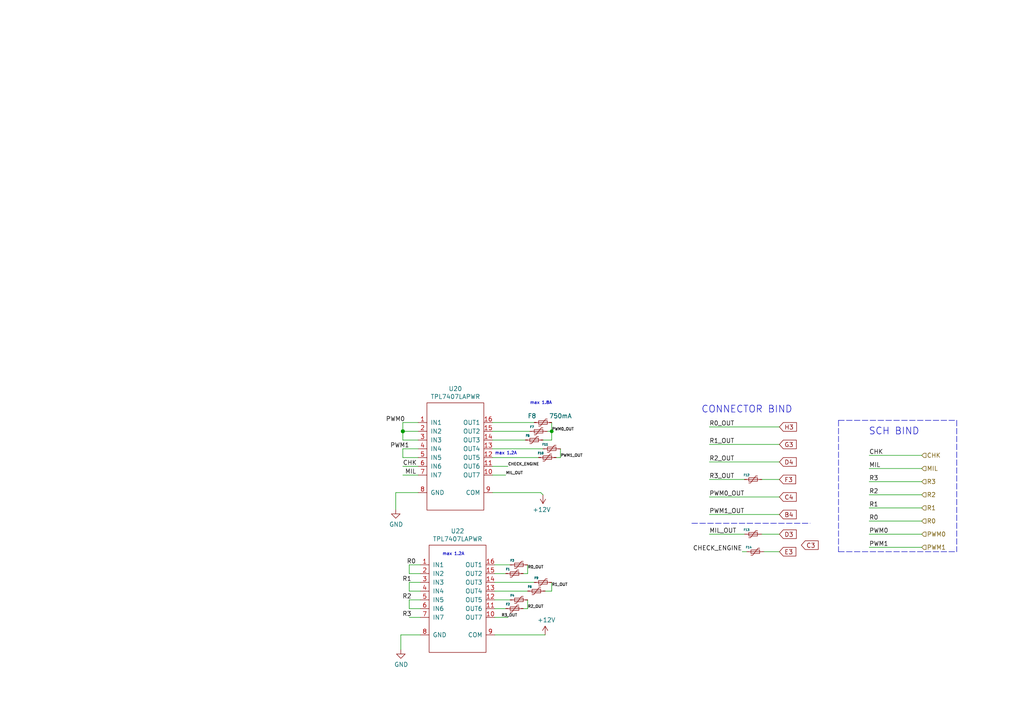
<source format=kicad_sch>
(kicad_sch (version 20211123) (generator eeschema)
  (paper "A4")
  (title_block (title "uEFI") (date "%%date%%") (rev "%%version%%") (company "Churrosoft") (comment 1 "MIT Licence"))
  (lib_symbols
    (symbol "Device:Polyfuse_Small" (pin_numbers hide) (pin_names (offset 0))
      (property "Reference" "F" (at -1.905 0 90))
      (property "Value" "Polyfuse_Small" (at 1.905 0 90))
      (symbol "Polyfuse_Small_0_1"
        (rectangle (start -0.508 1.27) (end 0.508 -1.27))
        (polyline (pts (xy 0 2.54) (xy 0 -2.54)))
        (polyline (pts (xy -1.016 1.27) (xy -1.016 0.762) (xy 1.016 -0.762) (xy 1.016 -1.27)))
      )
      (symbol "Polyfuse_Small_1_1"
        (pin passive line (at 0 2.54 270) (length 0.635) (name "~") (number "1"))
        (pin passive line (at 0 -2.54 90) (length 0.635) (name "~") (number "2"))
      )
    )
    (symbol "OpenEFI-STM32-rev3:TPL7407LAPWR" (pin_names (offset 1.016))
      (property "Reference" "U" (at -6.985 5.08 0))
      (property "Value" "TPL7407LAPWR" (at 0 -22.86 0))
      (symbol "TPL7407LAPWR_0_1"
        (rectangle (start -8.255 6.35) (end 8.255 -24.765))
      )
      (symbol "TPL7407LAPWR_1_1"
        (pin input line (at -10.795 0.635 0) (length 2.54) (name "IN1") (number "1"))
        (pin output line (at 10.795 -14.605 180) (length 2.54) (name "OUT7") (number "10"))
        (pin output line (at 10.795 -12.065 180) (length 2.54) (name "OUT6") (number "11"))
        (pin output line (at 10.795 -9.525 180) (length 2.54) (name "OUT5") (number "12"))
        (pin output line (at 10.795 -6.985 180) (length 2.54) (name "OUT4") (number "13"))
        (pin output line (at 10.795 -4.445 180) (length 2.54) (name "OUT3") (number "14"))
        (pin output line (at 10.795 -1.905 180) (length 2.54) (name "OUT2") (number "15"))
        (pin output line (at 10.795 0.635 180) (length 2.54) (name "OUT1") (number "16"))
        (pin input line (at -10.795 -1.905 0) (length 2.54) (name "IN2") (number "2"))
        (pin input line (at -10.795 -4.445 0) (length 2.54) (name "IN3") (number "3"))
        (pin input line (at -10.795 -6.985 0) (length 2.54) (name "IN4") (number "4"))
        (pin input line (at -10.795 -9.525 0) (length 2.54) (name "IN5") (number "5"))
        (pin input line (at -10.795 -12.065 0) (length 2.54) (name "IN6") (number "6"))
        (pin input line (at -10.795 -14.605 0) (length 2.54) (name "IN7") (number "7"))
        (pin input line (at -10.795 -19.685 0) (length 2.54) (name "GND") (number "8"))
        (pin input line (at 10.795 -19.685 180) (length 2.54) (name "COM") (number "9"))
      )
    )
    (symbol "power:+12V" (power) (pin_names (offset 0))
      (property "Value" "+12V" (at 0 3.556 0))
      (symbol "+12V_0_1"
        (polyline (pts (xy -0.762 1.27) (xy 0 2.54)))
        (polyline (pts (xy 0 0) (xy 0 2.54)))
        (polyline (pts (xy 0 2.54) (xy 0.762 1.27)))
      )
      (symbol "+12V_1_1"
        (pin power_in line (at 0 0 90) (length 0) hide (name "+12V") (number "1"))
      )
    )
    (symbol "power:GND" (power) (pin_names (offset 0))
      (property "Value" "GND" (at 0 -3.81 0))
      (symbol "GND_0_1"
        (polyline (pts (xy 0 0) (xy 0 -1.27) (xy 1.27 -1.27) (xy 0 -2.54) (xy -1.27 -1.27) (xy 0 -1.27)))
      )
      (symbol "GND_1_1"
        (pin power_in line (at 0 0 270) (length 0) hide (name "GND") (number "1"))
      )
    )
  )
  (junction (at 116.84 125.095) (diameter 1.016))
  (junction (at 160.02 125.095))
  (wire (pts (xy 215.265 160.02) (xy 216.535 160.02)))
  (wire (pts (xy 121.92 173.99) (xy 118.6942 173.99)))
  (wire (pts (xy 161.29 132.715) (xy 162.56 132.715)))
  (wire (pts (xy 205.74 139.065) (xy 215.9 139.065)))
  (wire (pts (xy 121.285 130.175) (xy 116.84 130.175)))
  (wire (pts (xy 116.84 137.795) (xy 121.285 137.795)))
  (wire (pts (xy 151.765 176.53) (xy 153.035 176.53)))
  (wire (pts (xy 220.98 154.94) (xy 226.06 154.94)))
  (wire (pts (xy 252.095 143.51) (xy 267.335 143.51)))
  (wire (pts (xy 116.84 125.095) (xy 121.285 125.095)))
  (wire (pts (xy 151.765 166.37) (xy 153.035 166.37)))
  (polyline (pts (xy 243.205 121.92) (xy 277.495 121.92)) (stroke (width 0) (type dash)))
  (wire (pts (xy 121.92 163.83) (xy 118.6942 163.83)))
  (polyline (pts (xy 277.495 121.92) (xy 277.495 160.02)) (stroke (width 0) (type dash)))
  (wire (pts (xy 252.095 139.7) (xy 267.335 139.7)))
  (wire (pts (xy 114.7826 142.875) (xy 114.7826 147.7772)))
  (wire (pts (xy 158.115 171.45) (xy 160.02 171.45)))
  (wire (pts (xy 252.095 147.32) (xy 267.335 147.32)))
  (wire (pts (xy 143.51 173.99) (xy 147.955 173.99)))
  (wire (pts (xy 142.875 122.555) (xy 154.94 122.555)))
  (wire (pts (xy 221.615 160.02) (xy 226.06 160.02)))
  (wire (pts (xy 252.095 154.94) (xy 267.335 154.94)))
  (wire (pts (xy 116.84 127.635) (xy 116.84 125.095)))
  (wire (pts (xy 143.51 179.07) (xy 147.32 179.07)))
  (wire (pts (xy 118.6942 163.83) (xy 118.6942 166.37)))
  (wire (pts (xy 142.875 132.715) (xy 156.21 132.715)))
  (wire (pts (xy 143.51 184.15) (xy 158.115 184.15)))
  (wire (pts (xy 118.6942 166.37) (xy 121.92 166.37)))
  (wire (pts (xy 142.875 125.095) (xy 153.67 125.095)))
  (polyline (pts (xy 243.205 121.92) (xy 243.205 160.02)) (stroke (width 0) (type dash)))
  (wire (pts (xy 160.02 171.45) (xy 160.02 168.91)))
  (wire (pts (xy 205.74 154.94) (xy 215.9 154.94)))
  (wire (pts (xy 143.51 168.91) (xy 154.94 168.91)))
  (wire (pts (xy 143.51 171.45) (xy 153.035 171.45)))
  (wire (pts (xy 205.74 149.225) (xy 226.06 149.225)))
  (wire (pts (xy 116.84 132.715) (xy 121.285 132.715)))
  (wire (pts (xy 142.875 137.795) (xy 146.685 137.795)))
  (wire (pts (xy 143.51 163.83) (xy 147.955 163.83)))
  (wire (pts (xy 252.095 158.75) (xy 267.335 158.75)))
  (wire (pts (xy 118.6942 176.53) (xy 121.92 176.53)))
  (wire (pts (xy 252.095 151.13) (xy 267.335 151.13)))
  (wire (pts (xy 160.02 127.635) (xy 160.02 125.095)))
  (wire (pts (xy 121.92 184.15) (xy 116.2558 184.15)))
  (wire (pts (xy 116.84 130.175) (xy 116.84 132.715)))
  (wire (pts (xy 205.74 144.145) (xy 226.06 144.145)))
  (wire (pts (xy 121.285 142.875) (xy 114.7826 142.875)))
  (wire (pts (xy 205.74 123.825) (xy 226.06 123.825)))
  (wire (pts (xy 153.035 176.53) (xy 153.035 173.99)))
  (wire (pts (xy 157.48 127.635) (xy 160.02 127.635)))
  (wire (pts (xy 205.74 128.905) (xy 226.06 128.905)))
  (wire (pts (xy 142.875 142.875) (xy 156.845 142.875)))
  (wire (pts (xy 162.56 130.175) (xy 162.56 132.715)))
  (wire (pts (xy 121.92 168.91) (xy 118.6942 168.91)))
  (wire (pts (xy 147.32 135.255) (xy 142.875 135.255)))
  (wire (pts (xy 142.875 127.635) (xy 152.4 127.635)))
  (wire (pts (xy 160.02 125.095) (xy 158.75 125.095)))
  (wire (pts (xy 220.98 139.065) (xy 226.06 139.065)))
  (wire (pts (xy 153.035 166.37) (xy 153.035 163.83)))
  (wire (pts (xy 142.875 130.175) (xy 157.48 130.175)))
  (wire (pts (xy 116.84 135.255) (xy 121.285 135.255)))
  (wire (pts (xy 143.51 166.37) (xy 146.685 166.37)))
  (wire (pts (xy 116.84 122.555) (xy 121.285 122.555)))
  (wire (pts (xy 252.095 135.89) (xy 267.335 135.89)))
  (wire (pts (xy 118.6942 173.99) (xy 118.6942 176.53)))
  (wire (pts (xy 118.6942 168.91) (xy 118.6942 171.45)))
  (wire (pts (xy 157.48 143.51) (xy 156.845 142.875)))
  (wire (pts (xy 118.6942 179.07) (xy 121.92 179.07)))
  (polyline (pts (xy 200.66 151.765) (xy 234.95 151.765)) (stroke (width 0) (type dash)))
  (wire (pts (xy 118.6942 171.45) (xy 121.92 171.45)))
  (wire (pts (xy 116.2558 184.15) (xy 116.2558 188.4172)))
  (polyline (pts (xy 243.205 160.02) (xy 277.495 160.02)) (stroke (width 0) (type dash)))
  (wire (pts (xy 143.51 176.53) (xy 146.685 176.53)))
  (wire (pts (xy 116.84 125.095) (xy 116.84 122.555)))
  (wire (pts (xy 121.285 127.635) (xy 116.84 127.635)))
  (wire (pts (xy 252.095 132.08) (xy 267.335 132.08)))
  (wire (pts (xy 205.74 133.985) (xy 226.06 133.985)))
  (wire (pts (xy 160.02 122.555) (xy 160.02 125.095)))
  (text "max 1.8A" (at 153.67 117.475 0) (effects (font (size 0.889 0.889)) (justify left bottom)))
  (text "max 1.2A" (at 143.51 132.08 0) (effects (font (size 0.889 0.889)) (justify left bottom)))
  (text "SCH BIND" (at 266.7 126.365 180) (effects (font (size 2 2)) (justify right bottom)))
  (text "max 1.2A" (at 128.27 161.29 0) (effects (font (size 0.889 0.889)) (justify left bottom)))
  (text "CONNECTOR BIND" (at 229.87 120.015 180) (effects (font (size 2 2)) (justify right bottom)))
  (label "PWM0" (at 252.095 154.94 0))
  (label "R2_OUT" (at 205.74 133.985 0))
  (label "PWM0" (at 117.475 122.555 180))
  (label "R1_OUT" (at 160.02 170.18 0) (effects (font (size 0.8 0.8))))
  (label "R1" (at 252.095 147.32 0))
  (label "R3_OUT" (at 145.415 179.07 0) (effects (font (size 0.8 0.8))))
  (label "CHECK_ENGINE" (at 147.32 135.255 0) (effects (font (size 0.8 0.8))))
  (label "PWM1" (at 118.745 130.175 180))
  (label "CHECK_ENGINE" (at 215.265 160.02 180))
  (label "PWM0_OUT" (at 160.02 125.095 0) (effects (font (size 0.8 0.8))))
  (label "MIL_OUT" (at 205.74 154.94 0))
  (label "CHK" (at 116.84 135.255 0))
  (label "MIL" (at 252.095 135.89 0))
  (label "R3" (at 252.095 139.7 0))
  (label "R3_OUT" (at 205.74 139.065 0))
  (label "R0" (at 120.65 163.83 180))
  (label "PWM1" (at 252.095 158.75 0))
  (label "PWM0_OUT" (at 205.74 144.145 0))
  (label "R2" (at 119.38 173.99 180))
  (label "MIL_OUT" (at 146.685 137.795 0) (effects (font (size 0.8 0.8))))
  (label "R1_OUT" (at 205.74 128.905 0))
  (label "PWM1_OUT" (at 205.74 149.225 0))
  (label "R0_OUT" (at 153.035 165.1 0) (effects (font (size 0.8 0.8))))
  (label "R0_OUT" (at 205.74 123.825 0))
  (label "R0" (at 252.095 151.13 0))
  (label "R2_OUT" (at 153.035 176.53 0) (effects (font (size 0.8 0.8))))
  (label "CHK" (at 252.095 132.08 0))
  (label "R1" (at 119.38 168.91 180))
  (label "MIL" (at 117.475 137.795 0))
  (label "R2" (at 252.095 143.51 0))
  (label "R3" (at 119.38 179.07 180))
  (label "PWM1_OUT" (at 162.56 132.715 0) (effects (font (size 0.8 0.8))))
  (global_label "D4" (shape input) (at 226.06 133.985 0) (property "Intersheet References" "${INTERSHEET_REFS}" (effects hide)))
  (global_label "C3" (shape input) (at 232.41 158.115 0) (property "Intersheet References" "${INTERSHEET_REFS}" (effects hide)))
  (global_label "G3" (shape input) (at 226.06 128.905 0) (property "Intersheet References" "${INTERSHEET_REFS}" (effects hide)))
  (global_label "D3" (shape input) (at 226.06 154.94 0) (property "Intersheet References" "${INTERSHEET_REFS}" (effects hide)))
  (global_label "F3" (shape input) (at 226.06 139.065 0) (property "Intersheet References" "${INTERSHEET_REFS}" (effects hide)))
  (global_label "H3" (shape input) (at 226.06 123.825 0) (property "Intersheet References" "${INTERSHEET_REFS}" (effects hide)))
  (global_label "E3" (shape input) (at 226.06 160.02 0) (property "Intersheet References" "${INTERSHEET_REFS}" (effects hide)))
  (global_label "B4" (shape input) (at 226.06 149.225 0) (property "Intersheet References" "${INTERSHEET_REFS}" (effects hide)))
  (global_label "C4" (shape input) (at 226.06 144.145 0) (property "Intersheet References" "${INTERSHEET_REFS}" (effects hide)))
  (hierarchical_label "PWM1" (shape input) (at 267.335 158.75 0))
  (hierarchical_label "R0" (shape input) (at 267.335 151.13 0))
  (hierarchical_label "R2" (shape input) (at 267.335 143.51 0))
  (hierarchical_label "PWM0" (shape input) (at 267.335 154.94 0))
  (hierarchical_label "R3" (shape input) (at 267.335 139.7 0))
  (hierarchical_label "CHK" (shape input) (at 267.335 132.08 0))
  (hierarchical_label "MIL" (shape input) (at 267.335 135.89 0))
  (hierarchical_label "R1" (shape input) (at 267.335 147.32 0))
  (symbol (lib_id "Device:Polyfuse_Small") (at 219.075 160.02 90) (unit 1)
    (property "Reference" "F14" (at 217.17 158.75 90) (effects (font (size 0.6 0.6))))
    (property "Value" "750mA" (effects hide))
    (property "Footprint" "Fuse:Fuse_0805_2012Metric" (effects hide))
    (property "LCSC" "C2760263" (effects hide))
  )
  (symbol (lib_id "Device:Polyfuse_Small") (at 149.225 166.37 90) (unit 1)
    (property "Reference" "F1" (at 147.32 165.1 90) (effects (font (size 0.6 0.6))))
    (property "Value" "750mA" (effects hide))
    (property "Footprint" "Fuse:Fuse_0805_2012Metric" (effects hide))
    (property "LCSC" "C2760263" (effects hide))
  )
  (symbol (lib_id "Device:Polyfuse_Small") (at 156.21 125.095 90) (unit 1)
    (property "Reference" "F7" (at 154.305 123.825 90) (effects (font (size 0.6 0.6))))
    (property "Value" "750mA" (effects hide))
    (property "Footprint" "Fuse:Fuse_0805_2012Metric" (effects hide))
    (property "LCSC" "C2760263" (effects hide))
  )
  (symbol (lib_id "Device:Polyfuse_Small") (at 155.575 171.45 90) (unit 1)
    (property "Reference" "F6" (at 153.67 170.18 90) (effects (font (size 0.6 0.6))))
    (property "Value" "750mA" (effects hide))
    (property "Footprint" "Fuse:Fuse_0805_2012Metric" (effects hide))
    (property "LCSC" "C2760263" (effects hide))
  )
  (symbol (lib_id "Device:Polyfuse_Small") (at 157.48 168.91 90) (unit 1)
    (property "Reference" "F9" (at 155.575 167.64 90) (effects (font (size 0.6 0.6))))
    (property "Value" "750mA" (effects hide))
    (property "Footprint" "Fuse:Fuse_0805_2012Metric" (effects hide))
    (property "LCSC" "C2760263" (effects hide))
  )
  (symbol (lib_id "Device:Polyfuse_Small") (at 218.44 154.94 90) (unit 1)
    (property "Reference" "F13" (at 216.535 153.67 90) (effects (font (size 0.6 0.6))))
    (property "Value" "750mA" (effects hide))
    (property "Footprint" "Fuse:Fuse_0805_2012Metric" (effects hide))
    (property "LCSC" "C2760263" (effects hide))
  )
  (symbol (lib_id "Device:Polyfuse_Small") (at 150.495 173.99 90) (unit 1)
    (property "Reference" "F4" (at 148.59 172.72 90) (effects (font (size 0.6 0.6))))
    (property "Value" "750mA" (effects hide))
    (property "Footprint" "Fuse:Fuse_0805_2012Metric" (effects hide))
    (property "LCSC" "C2760263" (effects hide))
  )
  (symbol (lib_id "power:+12V") (at 158.115 184.15 0) (unit 1)
    (property "Reference" "#PWR0129" (effects hide))
    (property "Value" "+12V" (at 158.4833 179.8256 0))
  )
  (symbol (lib_id "Device:Polyfuse_Small") (at 160.02 130.175 90) (unit 1)
    (property "Reference" "F11" (at 158.115 128.905 90) (effects (font (size 0.6 0.6))))
    (property "Value" "750mA" (effects hide))
    (property "Footprint" "Fuse:Fuse_0805_2012Metric" (effects hide))
    (property "LCSC" "C2760263" (effects hide))
  )
  (symbol (lib_id "Device:Polyfuse_Small") (at 157.48 122.555 90) (unit 1)
    (property "Reference" "F8" (at 154.305 120.65 90))
    (property "Value" "750mA" (at 162.56 120.65 90))
    (property "Footprint" "Fuse:Fuse_0805_2012Metric" (effects hide))
    (property "LCSC" "C2760263" (effects hide))
  )
  (symbol (lib_id "Device:Polyfuse_Small") (at 149.225 176.53 90) (unit 1)
    (property "Reference" "F2" (at 147.32 175.26 90) (effects (font (size 0.6 0.6))))
    (property "Value" "750mA" (effects hide))
    (property "Footprint" "Fuse:Fuse_0805_2012Metric" (effects hide))
    (property "LCSC" "C2760263" (effects hide))
  )
  (symbol (lib_id "Device:Polyfuse_Small") (at 154.94 127.635 90) (unit 1)
    (property "Reference" "F5" (at 153.035 126.365 90) (effects (font (size 0.6 0.6))))
    (property "Value" "750mA" (effects hide))
    (property "Footprint" "Fuse:Fuse_0805_2012Metric" (effects hide))
    (property "LCSC" "C2760263" (effects hide))
  )
  (symbol (lib_id "Device:Polyfuse_Small") (at 218.44 139.065 90) (unit 1)
    (property "Reference" "F12" (at 216.535 137.795 90) (effects (font (size 0.6 0.6))))
    (property "Value" "750mA" (effects hide))
    (property "Footprint" "Fuse:Fuse_0805_2012Metric" (effects hide))
    (property "LCSC" "C2760263" (effects hide))
  )
  (symbol (lib_id "Device:Polyfuse_Small") (at 158.75 132.715 90) (unit 1)
    (property "Reference" "F10" (at 156.845 131.445 90) (effects (font (size 0.6 0.6))))
    (property "Value" "750mA" (effects hide))
    (property "Footprint" "Fuse:Fuse_0805_2012Metric" (effects hide))
    (property "LCSC" "C2760263" (effects hide))
  )
  (symbol (lib_id "power:+12V") (at 157.48 143.51 180) (unit 1)
    (property "Reference" "#PWR0135" (effects hide))
    (property "Value" "+12V" (at 157.1117 147.8344 0))
  )
  (symbol (lib_id "power:GND") (at 116.2558 188.4172 0) (unit 1)
    (property "Reference" "#PWR0122" (effects hide))
    (property "Value" "GND" (at 116.3701 192.7416 0))
  )
  (symbol (lib_id "OpenEFI-STM32-rev3:TPL7407LAPWR") (at 132.715 164.465 0) (unit 1)
    (property "Reference" "U22" (at 132.715 154.0318 0))
    (property "Value" "TPL7407LAPWR" (at 132.715 156.3305 0))
    (property "Footprint" "Package_SO:TSSOP-16_4.4x5mm_P0.65mm" (effects hide))
    (property "LCSC" "C91443" (effects hide))
  )
  (symbol (lib_id "power:GND") (at 114.7826 147.7772 0) (unit 1)
    (property "Reference" "#PWR0130" (effects hide))
    (property "Value" "GND" (at 114.8969 152.1016 0))
  )
  (symbol (lib_id "Device:Polyfuse_Small") (at 150.495 163.83 90) (unit 1)
    (property "Reference" "F3" (at 148.59 162.56 90) (effects (font (size 0.6 0.6))))
    (property "Value" "750mA" (effects hide))
    (property "Footprint" "Fuse:Fuse_0805_2012Metric" (effects hide))
    (property "LCSC" "C2760263" (effects hide))
  )
  (symbol (lib_id "OpenEFI-STM32-rev3:TPL7407LAPWR") (at 132.08 123.19 0) (unit 1)
    (property "Reference" "U20" (at 132.08 112.7568 0))
    (property "Value" "TPL7407LAPWR" (at 132.08 115.0555 0))
    (property "Footprint" "Package_SO:TSSOP-16_4.4x5mm_P0.65mm" (effects hide))
    (property "LCSC" "C91443" (effects hide))
  )
)
</source>
